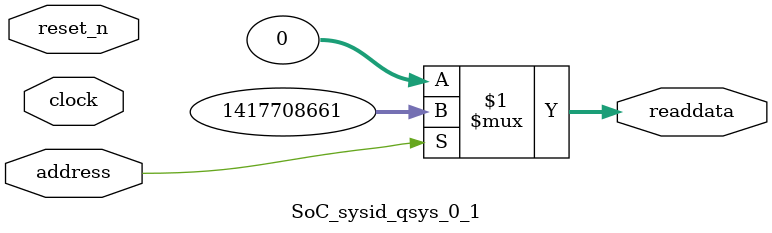
<source format=v>
module SoC_sysid_qsys_0_1 (
                address,
                clock,
                reset_n,
                readdata
             )
;
  output  [ 31: 0] readdata;
  input            address;
  input            clock;
  input            reset_n;
  wire    [ 31: 0] readdata;
  assign readdata = address ? 1417708661 : 0;
endmodule
</source>
